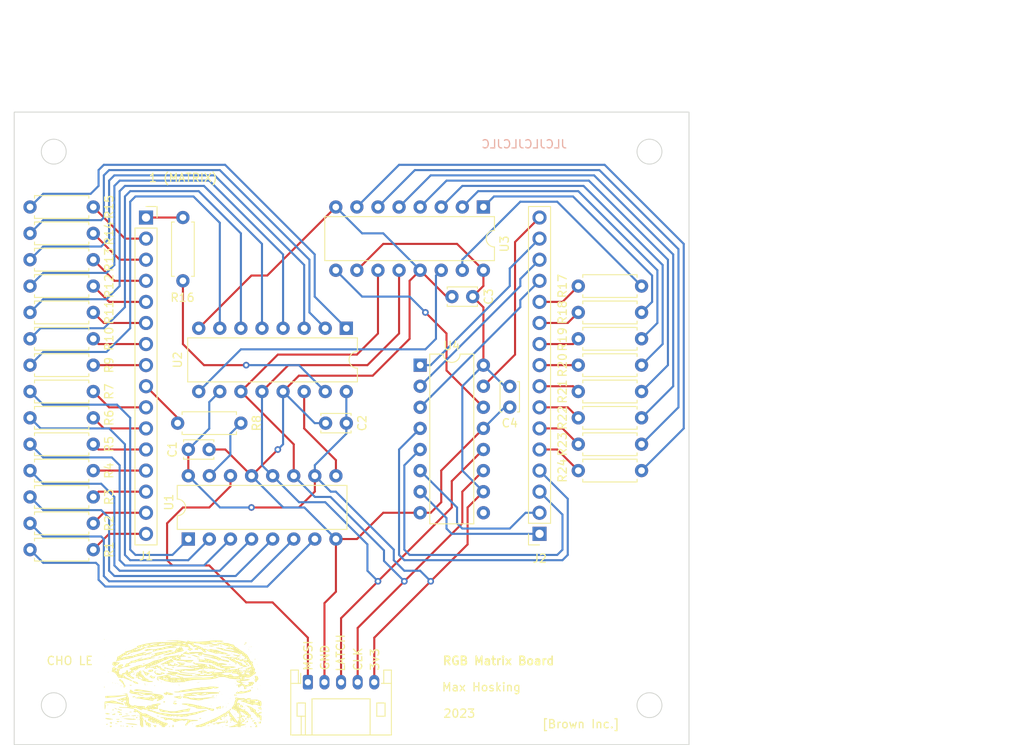
<source format=kicad_pcb>
(kicad_pcb (version 20221018) (generator pcbnew)
  (title_block (title "RGB Matrix Board") (date "2023-12-04") (rev "v1.0") (company "Max Hosking"))
  (layers (0 "F.Cu" signal) (31 "B.Cu" signal) (34 "B.Paste" user) (35 "F.Paste" user) (36 "B.SilkS" user "B.Silkscreen") (37 "F.SilkS" user "F.Silkscreen") (38 "B.Mask" user) (39 "F.Mask" user) (44 "Edge.Cuts" user))
  (net 0 "")
  (net 1 "GND")
  (net 2 "+3.3V")
  (net 3 "Net-(J1-Pin_1)")
  (net 4 "Net-(J1-Pin_2)")
  (net 5 "Net-(J1-Pin_3)")
  (net 6 "Net-(J1-Pin_4)")
  (net 7 "Net-(J1-Pin_5)")
  (net 8 "Net-(J1-Pin_6)")
  (net 9 "Net-(J1-Pin_7)")
  (net 10 "Net-(J1-Pin_8)")
  (net 11 "Net-(J1-Pin_9)")
  (net 12 "Net-(J1-Pin_10)")
  (net 13 "Net-(J1-Pin_11)")
  (net 14 "Net-(J1-Pin_12)")
  (net 15 "Net-(J1-Pin_13)")
  (net 16 "Net-(J1-Pin_14)")
  (net 17 "Net-(J1-Pin_15)")
  (net 18 "Net-(J1-Pin_16)")
  (net 19 "/MATRIX_17")
  (net 20 "/MATRIX_18")
  (net 21 "/MATRIX_19")
  (net 22 "/MATRIX_20")
  (net 23 "Net-(J2-Pin_5)")
  (net 24 "Net-(J2-Pin_6)")
  (net 25 "Net-(J2-Pin_7)")
  (net 26 "Net-(J2-Pin_8)")
  (net 27 "Net-(J2-Pin_9)")
  (net 28 "Net-(J2-Pin_10)")
  (net 29 "Net-(J2-Pin_11)")
  (net 30 "Net-(J2-Pin_12)")
  (net 31 "/MATRIX_29")
  (net 32 "/MATRIX_30")
  (net 33 "/MATRIX_31")
  (net 34 "/MATRIX_32")
  (net 35 "/MATRIX_16")
  (net 36 "/MATRIX_15")
  (net 37 "/MATRIX_14")
  (net 38 "/MATRIX_13")
  (net 39 "/MATRIX_12")
  (net 40 "/MATRIX_11")
  (net 41 "/MATRIX_10")
  (net 42 "/MATRIX_9")
  (net 43 "/MATRIX_8")
  (net 44 "/MATRIX_7")
  (net 45 "/MATRIX_6")
  (net 46 "/MATRIX_5")
  (net 47 "/MATRIX_4")
  (net 48 "/MATRIX_3")
  (net 49 "/MATRIX_2")
  (net 50 "/MATRIX_1")
  (net 51 "/MATRIX_28")
  (net 52 "/MATRIX_27")
  (net 53 "/MATRIX_26")
  (net 54 "/MATRIX_25")
  (net 55 "/MATRIX_24")
  (net 56 "/MATRIX_23")
  (net 57 "/MATRIX_22")
  (net 58 "/MATRIX_21")
  (net 59 "Net-(U1-QH')")
  (net 60 "Net-(U2-QH')")
  (net 61 "Net-(U3-QH')")
  (net 63 "/MOSI")
  (net 64 "/CLK")
  (net 65 "/LATCH")
  (footprint "Package_DIP:DIP-16_W7.62mm" (layer "F.Cu") (at 151.765 86.995)
    (fp_text reference "U4")
    (fp_text value "74HC595")
  )
  (footprint "Resistor_THT:R_Axial_DIN0207_L6.3mm_D2.5mm_P7.62mm_Horizontal" (layer "F.Cu") (at 178.435 86.995 180)
    (fp_text reference "R20")
    (fp_text value "75")
  )
  (footprint "Package_DIP:DIP-16_W7.62mm" (layer "F.Cu") (at 123.84 107.94 90)
    (fp_text reference "U1")
    (fp_text value "74HC595")
  )
  (footprint "Resistor_THT:R_Axial_DIN0207_L6.3mm_D2.5mm_P7.62mm_Horizontal" (layer "F.Cu") (at 104.775 86.995)
    (fp_text reference "R9")
    (fp_text value "75")
  )
  (footprint "Connector_PinSocket_2.54mm:PinSocket_1x16_P2.54mm_Vertical" (layer "F.Cu") (at 118.745 69.215)
    (fp_text reference "J1")
    (fp_text value "Conn_01x16_Socket")
  )
  (footprint "Resistor_THT:R_Axial_DIN0207_L6.3mm_D2.5mm_P7.62mm_Horizontal" (layer "F.Cu") (at 104.775 71.12)
    (fp_text reference "R14")
    (fp_text value "75")
  )
  (footprint "Capacitor_THT:C_Disc_D3.4mm_W2.1mm_P2.50mm" (layer "F.Cu") (at 155.595 78.74)
    (fp_text reference "C3")
    (fp_text value "0.1")
  )
  (footprint "Connector_PinSocket_2.54mm:PinSocket_1x16_P2.54mm_Vertical" (layer "F.Cu") (at 166.145 107.315 180)
    (fp_text reference "J2")
    (fp_text value "Conn_01x16_Socket")
  )
  (footprint "Capacitor_THT:C_Disc_D3.4mm_W2.1mm_P2.50mm" (layer "F.Cu") (at 162.56 92.055 90)
    (fp_text reference "C4")
    (fp_text value "0.1")
  )
  (footprint "Resistor_THT:R_Axial_DIN0207_L6.3mm_D2.5mm_P7.62mm_Horizontal" (layer "F.Cu") (at 104.775 67.945)
    (fp_text reference "R15")
    (fp_text value "75")
  )
  (footprint "Resistor_THT:R_Axial_DIN0207_L6.3mm_D2.5mm_P7.62mm_Horizontal" (layer "F.Cu") (at 123.19 76.835 90)
    (fp_text reference "R16")
    (fp_text value "75")
  )
  (footprint "Resistor_THT:R_Axial_DIN0207_L6.3mm_D2.5mm_P7.62mm_Horizontal" (layer "F.Cu") (at 178.435 96.52 180)
    (fp_text reference "R23")
    (fp_text value "75")
  )
  (footprint "Capacitor_THT:C_Disc_D3.4mm_W2.1mm_P2.50mm" (layer "F.Cu") (at 126.345 97.155 180)
    (fp_text reference "C1")
    (fp_text value "0.1")
  )
  (footprint "Package_DIP:DIP-16_W7.62mm" (layer "F.Cu") (at 142.875 82.55 -90)
    (fp_text reference "U2")
    (fp_text value "74HC595")
  )
  (footprint "Resistor_THT:R_Axial_DIN0207_L6.3mm_D2.5mm_P7.62mm_Horizontal" (layer "F.Cu") (at 104.775 106.045)
    (fp_text reference "R2")
    (fp_text value "75")
  )
  (footprint "Resistor_THT:R_Axial_DIN0207_L6.3mm_D2.5mm_P7.62mm_Horizontal" (layer "F.Cu") (at 130.175 93.98 180)
    (fp_text reference "R8")
    (fp_text value "75")
  )
  (footprint "Resistor_THT:R_Axial_DIN0207_L6.3mm_D2.5mm_P7.62mm_Horizontal" (layer "F.Cu") (at 104.775 99.695)
    (fp_text reference "R4")
    (fp_text value "75")
  )
  (footprint "Resistor_THT:R_Axial_DIN0207_L6.3mm_D2.5mm_P7.62mm_Horizontal" (layer "F.Cu") (at 104.775 90.17)
    (fp_text reference "R7")
    (fp_text value "75")
  )
  (footprint "Resistor_THT:R_Axial_DIN0207_L6.3mm_D2.5mm_P7.62mm_Horizontal" (layer "F.Cu") (at 104.775 96.52)
    (fp_text reference "R5")
    (fp_text value "75")
  )
  (footprint "Resistor_THT:R_Axial_DIN0207_L6.3mm_D2.5mm_P7.62mm_Horizontal" (layer "F.Cu") (at 104.775 93.345)
    (fp_text reference "R6")
    (fp_text value "75")
  )
  (footprint "Resistor_THT:R_Axial_DIN0207_L6.3mm_D2.5mm_P7.62mm_Horizontal" (layer "F.Cu") (at 178.435 99.695 180)
    (fp_text reference "R24")
    (fp_text value "75")
  )
  (footprint "Resistor_THT:R_Axial_DIN0207_L6.3mm_D2.5mm_P7.62mm_Horizontal" (layer "F.Cu") (at 178.435 93.345 180)
    (fp_text reference "R22")
    (fp_text value "75")
  )
  (footprint "Resistor_THT:R_Axial_DIN0207_L6.3mm_D2.5mm_P7.62mm_Horizontal" (layer "F.Cu") (at 178.435 77.47 180)
    (fp_text reference "R17")
    (fp_text value "75")
  )
  (footprint "Resistor_THT:R_Axial_DIN0207_L6.3mm_D2.5mm_P7.62mm_Horizontal" (layer "F.Cu") (at 178.435 90.17 180)
    (fp_text reference "R21")
    (fp_text value "75")
  )
  (footprint "Package_DIP:DIP-16_W7.62mm" (layer "F.Cu") (at 159.385 67.945 -90)
    (fp_text reference "U3")
    (fp_text value "74HC595")
  )
  (footprint "Connector_JST:JST_PH_S5B-PH-K_1x05_P2.00mm_Horizontal" (layer "F.Cu") (at 138.24 125.185)
    (fp_text reference "J3" hide)
    (fp_text value "Conn_01x05")
  )
  (footprint "LOGO" (layer "F.Cu") (at 123.19 125.095)
    (fp_text reference "G***" hide)
    (fp_text value "LOGO" hide)
  )
  (footprint "Capacitor_THT:C_Disc_D3.4mm_W2.1mm_P2.50mm" (layer "F.Cu") (at 140.375 93.98)
    (fp_text reference "C2")
    (fp_text value "0.1")
  )
  (footprint "Resistor_THT:R_Axial_DIN0207_L6.3mm_D2.5mm_P7.62mm_Horizontal" (layer "F.Cu") (at 104.775 77.47)
    (fp_text reference "R12")
    (fp_text value "75")
  )
  (footprint "Resistor_THT:R_Axial_DIN0207_L6.3mm_D2.5mm_P7.62mm_Horizontal" (layer "F.Cu") (at 178.435 83.82 180)
    (fp_text reference "R19")
    (fp_text value "75")
  )
  (footprint "Resistor_THT:R_Axial_DIN0207_L6.3mm_D2.5mm_P7.62mm_Horizontal" (layer "F.Cu") (at 104.775 83.82)
    (fp_text reference "R10")
    (fp_text value "75")
  )
  (footprint "Resistor_THT:R_Axial_DIN0207_L6.3mm_D2.5mm_P7.62mm_Horizontal" (layer "F.Cu") (at 104.775 102.87)
    (fp_text reference "R3")
    (fp_text value "75")
  )
  (footprint "Resistor_THT:R_Axial_DIN0207_L6.3mm_D2.5mm_P7.62mm_Horizontal" (layer "F.Cu") (at 104.775 74.295)
    (fp_text reference "R13")
    (fp_text value "75")
  )
  (footprint "Resistor_THT:R_Axial_DIN0207_L6.3mm_D2.5mm_P7.62mm_Horizontal" (layer "F.Cu") (at 104.775 109.22)
    (fp_text reference "R1")
    (fp_text value "75")
  )
  (footprint "Resistor_THT:R_Axial_DIN0207_L6.3mm_D2.5mm_P7.62mm_Horizontal" (layer "F.Cu") (at 104.775 80.645)
    (fp_text reference "R11")
    (fp_text value "75")
  )
  (footprint "Resistor_THT:R_Axial_DIN0207_L6.3mm_D2.5mm_P7.62mm_Horizontal" (layer "F.Cu") (at 178.435 80.645 180)
    (fp_text reference "R18")
    (fp_text value "75")
  )
  (gr_circle (center 107.6325 61.2775) (end 109.1325 61.2775) (stroke (width 0.1)) (fill none) (layer "Edge.Cuts"))
  (gr_circle (center 107.6325 127.9525) (end 109.1325 127.9525) (stroke (width 0.1)) (fill none) (layer "Edge.Cuts"))
  (gr_rect (start 102.87 56.515) (end 184.15 132.715) (stroke (width 0.1)) (fill none) (layer "Edge.Cuts"))
  (gr_circle (center 179.3875 127.9525) (end 180.8875 127.9525) (stroke (width 0.1)) (fill none) (layer "Edge.Cuts"))
  (gr_circle (center 179.3875 61.2775) (end 180.8875 61.2775) (stroke (width 0.1)) (fill none) (layer "Edge.Cuts"))
  (gr_text "JLCJLCJLCJLC" (at 169.545 60.96) (layer "B.SilkS") (effects (font (size 1 1)) (justify left bottom mirror)))
  (gr_text "LATCH" (at 142.78 123.99 90) (layer "F.SilkS") (effects (font (size 1 1)) (justify left bottom)))
  (gr_text "1 (MATRIX)" (at 119 65.01) (layer "F.SilkS") (effects (font (size 1 1)) (justify left bottom)))
  (gr_text "3v3" (at 146.9 123.87 90) (layer "F.SilkS") (effects (font (size 1 1)) (justify left bottom)))
  (gr_text "GND" (at 140.89 123.84 90) (layer "F.SilkS") (effects (font (size 1 1)) (justify left bottom)))
  (gr_text "RGB Matrix Board" (at 154.385 123.19) (layer "F.SilkS") (effects (font (size 1 1) (thickness 0.2) bold) (justify left bottom)))
  (gr_text "2023" (at 154.48 129.54) (layer "F.SilkS") (effects (font (size 1 1)) (justify left bottom)))
  (gr_text "[Brown Inc.]" (at 166.37 130.81) (layer "F.SilkS") (effects (font (size 1 1)) (justify left bottom)))
  (gr_text "Max Hosking" (at 154.305 126.365) (layer "F.SilkS") (effects (font (size 1 1)) (justify left bottom)))
  (gr_text "CHO LE" (at 106.68 123.19) (layer "F.SilkS") (effects (font (size 1 1)) (justify left bottom)))
  (gr_text "MOSI" (at 138.87 123.89 90) (layer "F.SilkS") (effects (font (size 1 1)) (justify left bottom)))
  (gr_text "CLK" (at 144.86 123.92 90) (layer "F.SilkS") (effects (font (size 1 1)) (justify left bottom)))
  (segment (start 133.35 76.2) (end 131.445 76.2) (width 0.25) (layer "F.Cu") (net 1))
  (segment (start 150.495 76.835) (end 151.765 75.565) (width 0.25) (layer "F.Cu") (net 1))
  (segment (start 147.32 104.775) (end 151.765 104.775) (width 0.25) (layer "F.Cu") (net 1))
  (segment (start 161.945 92.055) (end 162.56 92.055) (width 0.25) (layer "F.Cu") (net 1))
  (segment (start 144.155 107.94) (end 147.32 104.775) (width 0.25) (layer "F.Cu") (net 1))
  (segment (start 151.765 75.565) (end 154.94 78.74) (width 0.25) (layer "F.Cu") (net 1))
  (segment (start 154.305 103.505) (end 154.305 99.695) (width 0.25) (layer "F.Cu") (net 1))
  (segment (start 146.05 88.265) (end 150.495 83.82) (width 0.25) (layer "F.Cu") (net 1))
  (segment (start 153.035 104.775) (end 154.305 103.505) (width 0.25) (layer "F.Cu") (net 1))
  (segment (start 150.495 83.82) (end 150.495 76.835) (width 0.25) (layer "F.Cu") (net 1))
  (segment (start 131.445 76.2) (end 125.095 82.55) (width 0.25) (layer "F.Cu") (net 1))
  (segment (start 141.62 114.285) (end 141.62 107.94) (width 0.25) (layer "F.Cu") (net 1))
  (segment (start 154.94 78.74) (end 155.595 78.74) (width 0.25) (layer "F.Cu") (net 1))
  (segment (start 128.295 97.155) (end 131.46 100.32) (width 0.25) (layer "F.Cu") (net 1))
  (segment (start 131.46 100.32) (end 134.62 97.16) (width 0.25) (layer "F.Cu") (net 1))
  (segment (start 151.765 104.775) (end 153.035 104.775) (width 0.25) (layer "F.Cu") (net 1))
  (segment (start 137.16 88.265) (end 146.05 88.265) (width 0.25) (layer "F.Cu") (net 1))
  (segment (start 140.24 125.185) (end 140.24 115.665) (width 0.25) (layer "F.Cu") (net 1))
  (segment (start 140.24 115.665) (end 141.62 114.285) (width 0.25) (layer "F.Cu") (net 1))
  (segment (start 154.305 99.695) (end 159.385 94.615) (width 0.25) (layer "F.Cu") (net 1))
  (segment (start 141.62 107.94) (end 144.155 107.94) (width 0.25) (layer "F.Cu") (net 1))
  (segment (start 126.345 97.155) (end 128.295 97.155) (width 0.25) (layer "F.Cu") (net 1))
  (segment (start 135.255 90.17) (end 137.16 88.265) (width 0.25) (layer "F.Cu") (net 1))
  (segment (start 141.605 67.945) (end 133.35 76.2) (width 0.25) (layer "F.Cu") (net 1))
  (segment (start 134.62 97.155) (end 134.62 97.16) (width 0.25) (layer "F.Cu") (net 1))
  (via (at 134.62 97.16) (size 0.8) (drill 0.4) (layers "F.Cu" "B.Cu") (net 1))
  (segment (start 144.78 71.12) (end 147.32 71.12) (width 0.25) (layer "B.Cu") (net 1))
  (segment (start 140.375 93.98) (end 139.065 93.98) (width 0.25) (layer "B.Cu") (net 1))
  (segment (start 135.255 96.525) (end 135.255 90.17) (width 0.25) (layer "B.Cu") (net 1))
  (segment (start 147.32 71.12) (end 151.765 75.565) (width 0.25) (layer "B.Cu") (net 1))
  (segment (start 131.46 100.32) (end 135.255 104.115) (width 0.25) (layer "B.Cu") (net 1))
  (segment (start 159.385 94.615) (end 161.945 92.055) (width 0.25) (layer "B.Cu") (net 1))
  (segment (start 134.62 97.16) (end 135.255 96.525) (width 0.25) (layer "B.Cu") (net 1))
  (segment (start 137.82 104.14) (end 141.62 107.94) (width 0.25) (layer "B.Cu") (net 1))
  (segment (start 141.605 67.945) (end 144.78 71.12) (width 0.25) (layer "B.Cu") (net 1))
  (segment (start 135.255 104.14) (end 137.82 104.14) (width 0.25) (layer "B.Cu") (net 1))
  (segment (start 135.255 104.115) (end 135.255 104.14) (width 0.25) (layer "B.Cu") (net 1))
  (segment (start 139.065 93.98) (end 135.255 90.17) (width 0.25) (layer "B.Cu") (net 1))
  (segment (start 146.24 119.825) (end 146.24 125.185) (width 0.25) (layer "F.Cu") (net 2))
  (segment (start 159.385 80.03) (end 158.095 78.74) (width 0.25) (layer "F.Cu") (net 2))
  (segment (start 157.48 104.14) (end 159.385 102.235) (width 0.25) (layer "F.Cu") (net 2))
  (segment (start 139.08 102.22) (end 137.16 104.14) (width 0.25) (layer "F.Cu") (net 2))
  (segment (start 153.035 113.03) (end 146.24 119.825) (width 0.25) (layer "F.Cu") (net 2))
  (segment (start 158.095 78.74) (end 159.385 77.45) (width 0.25) (layer "F.Cu") (net 2))
  (segment (start 147.32 72.39) (end 156.21 72.39) (width 0.25) (layer "F.Cu") (net 2))
  (segment (start 153.035 113.03) (end 157.48 108.585) (width 0.25) (layer "F.Cu") (net 2))
  (segment (start 123.84 97.16) (end 123.845 97.155) (width 0.25) (layer "F.Cu") (net 2))
  (segment (start 159.385 86.995) (end 159.385 80.03) (width 0.25) (layer "F.Cu") (net 2))
  (segment (start 137.16 104.14) (end 131.445 104.14) (width 0.25) (layer "F.Cu") (net 2))
  (segment (start 144.145 75.565) (end 147.32 72.39) (width 0.25) (layer "F.Cu") (net 2))
  (segment (start 159.385 77.45) (end 159.385 75.565) (width 0.25) (layer "F.Cu") (net 2))
  (segment (start 139.08 100.32) (end 139.08 102.22) (width 0.25) (layer "F.Cu") (net 2))
  (segment (start 157.48 108.585) (end 157.48 104.14) (width 0.25) (layer "F.Cu") (net 2))
  (segment (start 156.21 72.39) (end 159.385 75.565) (width 0.25) (layer "F.Cu") (net 2))
  (segment (start 123.84 100.32) (end 123.84 97.16) (width 0.25) (layer "F.Cu") (net 2))
  (via (at 153.035 113.03) (size 0.8) (drill 0.4) (layers "F.Cu" "B.Cu") (net 2))
  (via (at 131.445 104.14) (size 0.8) (drill 0.4) (layers "F.Cu" "B.Cu") (net 2))
  (segment (start 140.995 102.235) (end 139.08 100.32) (width 0.25) (layer "B.Cu") (net 2))
  (segment (start 139.08 99.045) (end 142.875 95.25) (width 0.25) (layer "B.Cu") (net 2))
  (segment (start 126.365 91.44) (end 127.635 90.17) (width 0.25) (layer "B.Cu") (net 2))
  (segment (start 141.605 102.235) (end 140.995 102.235) (width 0.25) (layer "B.Cu") (net 2))
  (segment (start 156.845 99.695) (end 156.845 89.535) (width 0.25) (layer "B.Cu") (net 2))
  (segment (start 142.875 90.17) (end 142.875 93.98) (width 0.25) (layer "B.Cu") (net 2))
  (segment (start 148.59 109.22) (end 141.605 102.235) (width 0.25) (layer "B.Cu") (net 2))
  (segment (start 123.845 97.155) (end 126.365 94.635) (width 0.25) (layer "B.Cu") (net 2))
  (segment (start 142.875 95.25) (end 142.875 93.98) (width 0.25) (layer "B.Cu") (net 2))
  (segment (start 148.59 110.49) (end 148.59 109.22) (width 0.25) (layer "B.Cu") (net 2))
  (segment (start 151.765 111.76) (end 149.86 111.76) (width 0.25) (layer "B.Cu") (net 2))
  (segment (start 159.385 102.235) (end 156.845 99.695) (width 0.25) (layer "B.Cu") (net 2))
  (segment (start 156.845 89.535) (end 159.385 86.995) (width 0.25) (layer "B.Cu") (net 2))
  (segment (start 139.08 100.32) (end 139.08 99.045) (width 0.25) (layer "B.Cu") (net 2))
  (segment (start 153.035 113.03) (end 151.765 111.76) (width 0.25) (layer "B.Cu") (net 2))
  (segment (start 161.945 89.555) (end 162.56 89.555) (width 0.25) (layer "B.Cu") (net 2))
  (segment (start 131.445 104.14) (end 127.66 104.14) (width 0.25) (layer "B.Cu") (net 2))
  (segment (start 159.385 86.995) (end 161.945 89.555) (width 0.25) (layer "B.Cu") (net 2))
  (segment (start 126.365 94.635) (end 126.365 91.44) (width 0.25) (layer "B.Cu") (net 2))
  (segment (start 149.86 111.76) (end 148.59 110.49) (width 0.25) (layer "B.Cu") (net 2))
  (segment (start 127.66 104.14) (end 123.84 100.32) (width 0.25) (layer "B.Cu") (net 2))
  (segment (start 118.745 69.215) (end 123.19 69.215) (width 0.25) (layer "F.Cu") (net 3))
  (segment (start 118.745 71.755) (end 116.205 71.755) (width 0.25) (layer "F.Cu") (net 4))
  (segment (start 116.205 71.755) (end 112.395 67.945) (width 0.25) (layer "F.Cu") (net 4))
  (segment (start 115.57 74.295) (end 112.395 71.12) (width 0.25) (layer "F.Cu") (net 5))
  (segment (start 118.745 74.295) (end 115.57 74.295) (width 0.25) (layer "F.Cu") (net 5))
  (segment (start 118.745 76.835) (end 114.935 76.835) (width 0.25) (layer "F.Cu") (net 6))
  (segment (start 114.935 76.835) (end 112.395 74.295) (width 0.25) (layer "F.Cu") (net 6))
  (segment (start 114.3 79.375) (end 112.395 77.47) (width 0.25) (layer "F.Cu") (net 7))
  (segment (start 118.745 79.375) (end 114.3 79.375) (width 0.25) (layer "F.Cu") (net 7))
  (segment (start 113.665 81.915) (end 112.395 80.645) (width 0.25) (layer "F.Cu") (net 8))
  (segment (start 118.745 81.915) (end 113.665 81.915) (width 0.25) (layer "F.Cu") (net 8))
  (segment (start 118.745 84.455) (end 113.03 84.455) (width 0.25) (layer "F.Cu") (net 9))
  (segment (start 113.03 84.455) (end 112.395 83.82) (width 0.25) (layer "F.Cu") (net 9))
  (segment (start 118.745 86.995) (end 112.395 86.995) (width 0.25) (layer "F.Cu") (net 10))
  (segment (start 118.745 89.535) (end 122.555 93.345) (width 0.25) (layer "F.Cu") (net 11))
  (segment (start 122.555 93.345) (end 122.555 93.98) (width 0.25) (layer "F.Cu") (net 11))
  (segment (start 118.745 92.075) (end 114.3 92.075) (width 0.25) (layer "F.Cu") (net 12))
  (segment (start 114.3 92.075) (end 112.395 90.17) (width 0.25) (layer "F.Cu") (net 12))
  (segment (start 118.745 94.615) (end 113.665 94.615) (width 0.25) (layer "F.Cu") (net 13))
  (segment (start 113.665 94.615) (end 112.395 93.345) (width 0.25) (layer "F.Cu") (net 13))
  (segment (start 113.03 97.155) (end 112.395 96.52) (width 0.25) (layer "F.Cu") (net 14))
  (segment (start 118.745 97.155) (end 113.03 97.155) (width 0.25) (layer "F.Cu") (net 14))
  (segment (start 118.745 99.695) (end 112.395 99.695) (width 0.25) (layer "F.Cu") (net 15))
  (segment (start 113.03 102.235) (end 112.395 102.87) (width 0.25) (layer "F.Cu") (net 16))
  (segment (start 118.745 102.235) (end 113.03 102.235) (width 0.25) (layer "F.Cu") (net 16))
  (segment (start 113.665 104.775) (end 112.395 106.045) (width 0.25) (layer "F.Cu") (net 17))
  (segment (start 118.745 104.775) (end 113.665 104.775) (width 0.25) (layer "F.Cu") (net 17))
  (segment (start 118.745 107.315) (end 114.3 107.315) (width 0.25) (layer "F.Cu") (net 18))
  (segment (start 114.3 107.315) (end 112.395 109.22) (width 0.25) (layer "F.Cu") (net 18))
  (segment (start 154.94 105.41) (end 154.94 106.68) (width 0.25) (layer "B.Cu") (net 19))
  (segment (start 154.94 106.68) (end 155.575 107.315) (width 0.25) (layer "B.Cu") (net 19))
  (segment (start 151.765 102.235) (end 154.94 105.41) (width 0.25) (layer "B.Cu") (net 19))
  (segment (start 155.575 107.315) (end 166.145 107.315) (width 0.25) (layer "B.Cu") (net 19))
  (segment (start 156.21 104.14) (end 156.21 106.045) (width 0.25) (layer "B.Cu") (net 20))
  (segment (start 162.56 106.68) (end 164.465 104.775) (width 0.25) (layer "B.Cu") (net 20))
  (segment (start 156.845 106.68) (end 162.56 106.68) (width 0.25) (layer "B.Cu") (net 20))
  (segment (start 151.765 99.695) (end 156.21 104.14) (width 0.25) (layer "B.Cu") (net 20))
  (segment (start 156.21 106.045) (end 156.845 106.68) (width 0.25) (layer "B.Cu") (net 20))
  (segment (start 164.465 104.775) (end 166.145 104.775) (width 0.25) (layer "B.Cu") (net 20))
  (segment (start 149.86 109.22) (end 149.86 99.06) (width 0.25) (layer "B.Cu") (net 21))
  (segment (start 168.275 109.855) (end 150.495 109.855) (width 0.25) (layer "B.Cu") (net 21))
  (segment (start 166.145 102.235) (end 168.91 105) (width 0.25) (layer "B.Cu") (net 21))
  (segment (start 168.91 105) (end 168.91 109.22) (width 0.25) (layer "B.Cu") (net 21))
  (segment (start 150.495 109.855) (end 149.86 109.22) (width 0.25) (layer "B.Cu") (net 21))
  (segment (start 149.86 99.06) (end 151.765 97.155) (width 0.25) (layer "B.Cu") (net 21))
  (segment (start 168.91 109.22) (end 168.275 109.855) (width 0.25) (layer "B.Cu") (net 21))
  (segment (start 149.86 110.49) (end 168.91 110.49) (width 0.25) (layer "B.Cu") (net 22))
  (segment (start 149.225 109.855) (end 149.86 110.49) (width 0.25) (layer "B.Cu") (net 22))
  (segment (start 169.545 103.095) (end 166.145 99.695) (width 0.25) (layer "B.Cu") (net 22))
  (segment (start 149.225 97.155) (end 149.225 109.855) (width 0.25) (layer "B.Cu") (net 22))
  (segment (start 168.91 110.49) (end 169.545 109.855) (width 0.25) (layer "B.Cu") (net 22))
  (segment (start 169.545 109.855) (end 169.545 103.095) (width 0.25) (layer "B.Cu") (net 22))
  (segment (start 151.765 94.615) (end 149.225 97.155) (width 0.25) (layer "B.Cu") (net 22))
  (segment (start 168.275 97.155) (end 170.815 99.695) (width 0.25) (layer "F.Cu") (net 23))
  (segment (start 166.145 97.155) (end 168.275 97.155) (width 0.25) (layer "F.Cu") (net 23))
  (segment (start 166.145 94.615) (end 168.91 94.615) (width 0.25) (layer "F.Cu") (net 24))
  (segment (start 168.91 94.615) (end 170.815 96.52) (width 0.25) (layer "F.Cu") (net 24))
  (segment (start 166.145 92.075) (end 169.545 92.075) (width 0.25) (layer "F.Cu") (net 25))
  (segment (start 169.545 92.075) (end 170.815 93.345) (width 0.25) (layer "F.Cu") (net 25))
  (segment (start 170.18 89.535) (end 170.815 90.17) (width 0.25) (layer "F.Cu") (net 26))
  (segment (start 166.145 89.535) (end 170.18 89.535) (width 0.25) (layer "F.Cu") (net 26))
  (segment (start 166.145 86.995) (end 170.815 86.995) (width 0.25) (layer "F.Cu") (net 27))
  (segment (start 166.145 84.455) (end 170.18 84.455) (width 0.25) (layer "F.Cu") (net 28))
  (segment (start 170.18 84.455) (end 170.815 83.82) (width 0.25) (layer "F.Cu") (net 28))
  (segment (start 169.545 81.915) (end 170.815 80.645) (width 0.25) (layer "F.Cu") (net 29))
  (segment (start 166.145 81.915) (end 169.545 81.915) (width 0.25) (layer "F.Cu") (net 29))
  (segment (start 168.91 79.375) (end 170.815 77.47) (width 0.25) (layer "F.Cu") (net 30))
  (segment (start 166.145 79.375) (end 168.91 79.375) (width 0.25) (layer "F.Cu") (net 30))
  (segment (start 163.83 79.15) (end 163.83 80.01) (width 0.25) (layer "B.Cu") (net 31))
  (segment (start 163.83 80.01) (end 151.765 92.075) (width 0.25) (layer "B.Cu") (net 31))
  (segment (start 166.145 76.835) (end 163.83 79.15) (width 0.25) (layer "B.Cu") (net 31))
  (segment (start 163.83 76.61) (end 163.83 77.47) (width 0.25) (layer "B.Cu") (net 32))
  (segment (start 166.145 74.295) (end 163.83 76.61) (width 0.25) (layer "B.Cu") (net 32))
  (segment (start 151.765 89.535) (end 163.83 77.47) (width 0.25) (layer "B.Cu") (net 32))
  (segment (start 162.56 77.47) (end 162.56 75.34) (width 0.25) (layer "B.Cu") (net 33))
  (segment (start 162.56 75.34) (end 166.145 71.755) (width 0.25) (layer "B.Cu") (net 33))
  (segment (start 151.765 86.995) (end 153.035 86.995) (width 0.25) (layer "B.Cu") (net 33))
  (segment (start 153.035 86.995) (end 162.56 77.47) (width 0.25) (layer "B.Cu") (net 33))
  (segment (start 163.195 85.725) (end 159.385 89.535) (width 0.25) (layer "F.Cu") (net 34))
  (segment (start 166.145 69.215) (end 163.195 72.165) (width 0.25) (layer "F.Cu") (net 34))
  (segment (start 163.195 72.165) (end 163.195 85.725) (width 0.25) (layer "F.Cu") (net 34))
  (segment (start 113.85 113.665) (end 133.355 113.665) (width 0.25) (layer "B.Cu") (net 35))
  (segment (start 133.355 113.665) (end 139.08 107.94) (width 0.25) (layer "B.Cu") (net 35))
  (segment (start 113.03 111.125) (end 113.03 112.845) (width 0.25) (layer "B.Cu") (net 35))
  (segment (start 113.03 112.845) (end 113.85 113.665) (width 0.25) (layer "B.Cu") (net 35))
  (segment (start 106.3625 110.8075) (end 112.7125 110.8075) (width 0.25) (layer "B.Cu") (net 35))
  (segment (start 104.775 109.22) (end 106.3625 110.8075) (width 0.25) (layer "B.Cu") (net 35))
  (segment (start 112.7125 110.8075) (end 113.03 111.125) (width 0.25) (layer "B.Cu") (net 35))
  (segment (start 136.54 107.94) (end 131.45 113.03) (width 0.25) (layer "B.Cu") (net 36))
  (segment (start 113.3475 107.6325) (end 106.3625 107.6325) (width 0.25) (layer "B.Cu") (net 36))
  (segment (start 113.665 107.95) (end 113.3475 107.6325) (width 0.25) (layer "B.Cu") (net 36))
  (segment (start 114.3 113.03) (end 113.665 112.395) (width 0.25) (layer "B.Cu") (net 36))
  (segment (start 131.45 113.03) (end 114.3 113.03) (width 0.25) (layer "B.Cu") (net 36))
  (segment (start 113.665 112.395) (end 113.665 107.95) (width 0.25) (layer "B.Cu") (net 36))
  (segment (start 106.3625 107.6325) (end 104.775 106.045) (width 0.25) (layer "B.Cu") (net 36))
  (segment (start 114.935 112.395) (end 114.3 111.76) (width 0.25) (layer "B.Cu") (net 37))
  (segment (start 113.3475 104.4575) (end 106.3625 104.4575) (width 0.25) (layer "B.Cu") (net 37))
  (segment (start 114.3 111.76) (end 114.3 105.41) (width 0.25) (layer "B.Cu") (net 37))
  (segment (start 134 107.94) (end 129.545 112.395) (width 0.25) (layer "B.Cu") (net 37))
  (segment (start 106.3625 104.4575) (end 104.775 102.87) (width 0.25) (layer "B.Cu") (net 37))
  (segment (start 129.545 112.395) (end 114.935 112.395) (width 0.25) (layer "B.Cu") (net 37))
  (segment (start 114.3 105.41) (end 113.3475 104.4575) (width 0.25) (layer "B.Cu") (net 37))
  (segment (start 114.935 102.87) (end 113.3475 101.2825) (width 0.25) (layer "B.Cu") (net 38))
  (segment (start 127.64 111.76) (end 115.57 111.76) (width 0.25) (layer "B.Cu") (net 38))
  (segment (start 114.935 111.125) (end 114.935 102.87) (width 0.25) (layer "B.Cu") (net 38))
  (segment (start 106.3625 101.2825) (end 104.775 99.695) (width 0.25) (layer "B.Cu") (net 38))
  (segment (start 115.57 111.76) (end 114.935 111.125) (width 0.25) (layer "B.Cu") (net 38))
  (segment (start 113.3475 101.2825) (end 106.3625 101.2825) (width 0.25) (layer "B.Cu") (net 38))
  (segment (start 131.46 107.94) (end 127.64 111.76) (width 0.25) (layer "B.Cu") (net 38))
  (segment (start 115.57 110.49) (end 115.57 99.06) (width 0.25) (layer "B.Cu") (net 39))
  (segment (start 115.57 99.06) (end 114.6175 98.1075) (width 0.25) (layer "B.Cu") (net 39))
  (segment (start 106.3625 98.1075) (end 104.775 96.52) (width 0.25) (layer "B.Cu") (net 39))
  (segment (start 116.205 111.125) (end 115.57 110.49) (width 0.25) (layer "B.Cu") (net 39))
  (segment (start 125.735 111.125) (end 116.205 111.125) (width 0.25) (layer "B.Cu") (net 39))
  (segment (start 128.92 107.94) (end 125.735 111.125) (width 0.25) (layer "B.Cu") (net 39))
  (segment (start 114.6175 98.1075) (end 106.3625 98.1075) (width 0.25) (layer "B.Cu") (net 39))
  (segment (start 116.84 110.49) (end 116.205 109.855) (width 0.25) (layer "B.Cu") (net 40))
  (segment (start 123.83 110.49) (end 116.84 110.49) (width 0.25) (layer "B.Cu") (net 40))
  (segment (start 106.045 94.615) (end 104.775 93.345) (width 0.25) (layer "B.Cu") (net 40))
  (segment (start 116.205 96.52) (end 114.3 94.615) (width 0.25) (layer "B.Cu") (net 40))
  (segment (start 116.205 109.855) (end 116.205 96.52) (width 0.25) (layer "B.Cu") (net 40))
  (segment (start 126.38 107.94) (end 123.83 110.49) (width 0.25) (layer "B.Cu") (net 40))
  (segment (start 114.3 94.615) (end 106.045 94.615) (width 0.25) (layer "B.Cu") (net 40))
  (segment (start 115.2525 91.7575) (end 106.3625 91.7575) (width 0.25) (layer "B.Cu") (net 41))
  (segment (start 116.84 93.345) (end 115.2525 91.7575) (width 0.25) (layer "B.Cu") (net 41))
  (segment (start 117.475 109.855) (end 116.84 109.22) (width 0.25) (layer "B.Cu") (net 41))
  (segment (start 116.84 109.22) (end 116.84 93.345) (width 0.25) (layer "B.Cu") (net 41))
  (segment (start 121.925 109.855) (end 117.475 109.855) (width 0.25) (layer "B.Cu") (net 41))
  (segment (start 106.3625 91.7575) (end 104.775 90.17) (width 0.25) (layer "B.Cu") (net 41))
  (segment (start 123.84 107.94) (end 121.925 109.855) (width 0.25) (layer "B.Cu") (net 41))
  (segment (start 128.905 97.795) (end 128.905 95.25) (width 0.25) (layer "B.Cu") (net 42))
  (segment (start 126.38 100.32) (end 128.905 97.795) (width 0.25) (layer "B.Cu") (net 42))
  (segment (start 128.905 95.25) (end 130.175 93.98) (width 0.25) (layer "B.Cu") (net 42))
  (segment (start 127.635 82.55) (end 127.635 69.85) (width 0.25) (layer "B.Cu") (net 43))
  (segment (start 116.84 82.55) (end 113.9825 85.4075) (width 0.25) (layer "B.Cu") (net 43))
  (segment (start 116.84 67.31) (end 116.84 82.55) (width 0.25) (layer "B.Cu") (net 43))
  (segment (start 127.635 69.85) (end 124.46 66.675) (width 0.25) (layer "B.Cu") (net 43))
  (segment (start 124.46 66.675) (end 117.475 66.675) (width 0.25) (layer "B.Cu") (net 43))
  (segment (start 106.3625 85.4075) (end 104.775 86.995) (width 0.25) (layer "B.Cu") (net 43))
  (segment (start 113.9825 85.4075) (end 106.3625 85.4075) (width 0.25) (layer "B.Cu") (net 43))
  (segment (start 117.475 66.675) (end 116.84 67.31) (width 0.25) (layer "B.Cu") (net 43))
  (segment (start 116.205 66.675) (end 116.84 66.04) (width 0.25) (layer "B.Cu") (net 44))
  (segment (start 125.095 66.04) (end 130.175 71.12) (width 0.25) (layer "B.Cu") (net 44))
  (segment (start 106.045 82.55) (end 113.665 82.55) (width 0.25) (layer "B.Cu") (net 44))
  (segment (start 104.775 83.82) (end 106.045 82.55) (width 0.25) (layer "B.Cu") (net 44))
  (segment (start 116.205 80.01) (end 116.205 66.675) (width 0.25) (layer "B.Cu") (net 44))
  (segment (start 113.665 82.55) (end 116.205 80.01) (width 0.25) (layer "B.Cu") (net 44))
  (segment (start 130.175 71.12) (end 130.175 82.55) (width 0.25) (layer "B.Cu") (net 44))
  (segment (start 116.84 66.04) (end 125.095 66.04) (width 0.25) (layer "B.Cu") (net 44))
  (segment (start 113.9825 79.0575) (end 106.3625 79.0575) (width 0.25) (layer "B.Cu") (net 45))
  (segment (start 125.73 65.405) (end 116.205 65.405) (width 0.25) (layer "B.Cu") (net 45))
  (segment (start 106.3625 79.0575) (end 104.775 80.645) (width 0.25) (layer "B.Cu") (net 45))
  (segment (start 115.57 66.04) (end 115.57 77.47) (width 0.25) (layer "B.Cu") (net 45))
  (segment (start 132.715 72.39) (end 125.73 65.405) (width 0.25) (layer "B.Cu") (net 45))
  (segment (start 116.205 65.405) (end 115.57 66.04) (width 0.25) (layer "B.Cu") (net 45))
  (segment (start 115.57 77.47) (end 113.9825 79.0575) (width 0.25) (layer "B.Cu") (net 45))
  (segment (start 132.715 82.55) (end 132.715 72.39) (width 0.25) (layer "B.Cu") (net 45))
  (segment (start 114.935 65.405) (end 114.935 74.93) (width 0.25) (layer "B.Cu") (net 46))
  (segment (start 114.935 74.93) (end 113.9825 75.8825) (width 0.25) (layer "B.Cu") (net 46))
  (segment (start 106.3625 75.8825) (end 104.775 77.47) (width 0.25) (layer "B.Cu") (net 46))
  (segment (start 126.365 64.77) (end 115.57 64.77) (width 0.25) (layer "B.Cu") (net 46))
  (segment (start 135.255 73.66) (end 126.365 64.77) (width 0.25) (layer "B.Cu") (net 46))
  (segment (start 135.255 82.55) (end 135.255 73.66) (width 0.25) (layer "B.Cu") (net 46))
  (segment (start 115.57 64.77) (end 114.935 65.405) (width 0.25) (layer "B.Cu") (net 46))
  (segment (start 113.9825 75.8825) (end 106.3625 75.8825) (width 0.25) (layer "B.Cu") (net 46))
  (segment (start 114.935 64.135) (end 114.3 64.77) (width 0.25) (layer "B.Cu") (net 47))
  (segment (start 114.3 71.755) (end 113.3475 72.7075) (width 0.25) (layer "B.Cu") (net 47))
  (segment (start 137.795 74.93) (end 127 64.135) (width 0.25) (layer "B.Cu") (net 47))
  (segment (start 137.795 82.55) (end 137.795 74.93) (width 0.25) (layer "B.Cu") (net 47))
  (segment (start 127 64.135) (end 114.935 64.135) (width 0.25) (layer "B.Cu") (net 47))
  (segment (start 113.3475 72.7075) (end 106.3625 72.7075) (width 0.25) (layer "B.Cu") (net 47))
  (segment (start 106.3625 72.7075) (end 104.775 74.295) (width 0.25) (layer "B.Cu") (net 47))
  (segment (start 114.3 64.77) (end 114.3 71.755) (width 0.25) (layer "B.Cu") (net 47))
  (segment (start 127.635 63.5) (end 138.43 74.295) (width 0.25) (layer "B.Cu") (net 48))
  (segment (start 113.665 64.135) (end 114.3 63.5) (width 0.25) (layer "B.Cu") (net 48))
  (segment (start 113.665 69.215) (end 113.665 64.135) (width 0.25) (layer "B.Cu") (net 48))
  (segment (start 106.3625 69.5325) (end 113.3475 69.5325) (width 0.25) (layer "B.Cu") (net 48))
  (segment (start 138.43 80.645) (end 140.335 82.55) (width 0.25) (layer "B.Cu") (net 48))
  (segment (start 138.43 74.295) (end 138.43 80.645) (width 0.25) (layer "B.Cu") (net 48))
  (segment (start 114.3 63.5) (end 127.635 63.5) (width 0.25) (layer "B.Cu") (net 48))
  (segment (start 113.3475 69.5325) (end 113.665 69.215) (width 0.25) (layer "B.Cu") (net 48))
  (segment (start 104.775 71.12) (end 106.3625 69.5325) (width 0.25) (layer "B.Cu") (net 48))
  (segment (start 139.065 73.66) (end 139.065 78.74) (width 0.25) (layer "B.Cu") (net 49))
  (segment (start 113.03 65.405) (end 113.03 63.5) (width 0.25) (layer "B.Cu") (net 49))
  (segment (start 128.27 62.865) (end 139.065 73.66) (width 0.25) (layer "B.Cu") (net 49))
  (segment (start 139.065 78.74) (end 142.875 82.55) (width 0.25) (layer "B.Cu") (net 49))
  (segment (start 113.03 63.5) (end 113.665 62.865) (width 0.25) (layer "B.Cu") (net 49))
  (segment (start 106.3625 66.3575) (end 112.0775 66.3575) (width 0.25) (layer "B.Cu") (net 49))
  (segment (start 112.0775 66.3575) (end 113.03 65.405) (width 0.25) (layer "B.Cu") (net 49))
  (segment (start 104.775 67.945) (end 106.3625 66.3575) (width 0.25) (layer "B.Cu") (net 49))
  (segment (start 113.665 62.865) (end 128.27 62.865) (width 0.25) (layer "B.Cu") (net 49))
  (segment (start 125.73 86.995) (end 123.19 84.455) (width 0.25) (layer "F.Cu") (net 50))
  (segment (start 130.81 86.995) (end 125.73 86.995) (width 0.25) (layer "F.Cu") (net 50))
  (segment (start 123.19 84.455) (end 123.19 76.835) (width 0.25) (layer "F.Cu") (net 50))
  (via (at 130.81 86.995) (size 0.8) (drill 0.4) (layers "F.Cu" "B.Cu") (net 50))
  (segment (start 140.335 90.17) (end 137.795 87.63) (width 0.25) (layer "B.Cu") (net 50))
  (segment (start 137.795 87.63) (end 137.16 86.995) (width 0.25) (layer "B.Cu") (net 50))
  (segment (start 137.16 86.995) (end 130.81 86.995) (width 0.25) (layer "B.Cu") (net 50))
  (segment (start 156.845 74.295) (end 156.845 75.565) (width 0.25) (layer "B.Cu") (net 51))
  (segment (start 178.435 77.47) (end 168.275 67.31) (width 0.25) (layer "B.Cu") (net 51))
  (segment (start 163.83 67.31) (end 156.845 74.295) (width 0.25) (layer "B.Cu") (net 51))
  (segment (start 168.275 67.31) (end 163.83 67.31) (width 0.25) (layer "B.Cu") (net 51))
  (segment (start 160.655 66.675) (end 170.18 66.675) (width 0.25) (layer "B.Cu") (net 52))
  (segment (start 170.18 66.675) (end 179.705 76.2) (width 0.25) (layer "B.Cu") (net 52))
  (segment (start 179.705 76.2) (end 179.705 79.375) (width 0.25) (layer "B.Cu") (net 52))
  (segment (start 179.705 79.375) (end 178.435 80.645) (width 0.25) (layer "B.Cu") (net 52))
  (segment (start 159.385 67.945) (end 160.655 66.675) (width 0.25) (layer "B.Cu") (net 52))
  (segment (start 170.815 66.04) (end 180.34 75.565) (width 0.25) (layer "B.Cu") (net 53))
  (segment (start 180.34 81.915) (end 178.435 83.82) (width 0.25) (layer "B.Cu") (net 53))
  (segment (start 180.34 75.565) (end 180.34 81.915) (width 0.25) (layer "B.Cu") (net 53))
  (segment (start 156.845 67.945) (end 158.75 66.04) (width 0.25) (layer "B.Cu") (net 53))
  (segment (start 158.75 66.04) (end 170.815 66.04) (width 0.25) (layer "B.Cu") (net 53))
  (segment (start 180.975 74.93) (end 171.45 65.405) (width 0.25) (layer "B.Cu") (net 54))
  (segment (start 180.975 84.455) (end 180.975 74.93) (width 0.25) (layer "B.Cu") (net 54))
  (segment (start 156.845 65.405) (end 154.305 67.945) (width 0.25) (layer "B.Cu") (net 54))
  (segment (start 171.45 65.405) (end 156.845 65.405) (width 0.25) (layer "B.Cu") (net 54))
  (segment (start 178.435 86.995) (end 180.975 84.455) (width 0.25) (layer "B.Cu") (net 54))
  (segment (start 178.435 90.17) (end 181.61 86.995) (width 0.25) (layer "B.Cu") (net 55))
  (segment (start 172.085 64.77) (end 154.94 64.77) (width 0.25) (layer "B.Cu") (net 55))
  (segment (start 154.94 64.77) (end 151.765 67.945) (width 0.25) (layer "B.Cu") (net 55))
  (segment (start 181.61 74.295) (end 172.085 64.77) (width 0.25) (layer "B.Cu") (net 55))
  (segment (start 181.61 86.995) (end 181.61 74.295) (width 0.25) (layer "B.Cu") (net 55))
  (segment (start 172.72 64.135) (end 182.245 73.66) (width 0.25) (layer "B.Cu") (net 56))
  (segment (start 182.245 73.66) (end 182.245 89.535) (width 0.25) (layer "B.Cu") (net 56))
  (segment (start 149.225 67.945) (end 153.035 64.135) (width 0.25) (layer "B.Cu") (net 56))
  (segment (start 182.245 89.535) (end 178.435 93.345) (width 0.25) (layer "B.Cu") (net 56))
  (segment (start 153.035 64.135) (end 172.72 64.135) (width 0.25) (layer "B.Cu") (net 56))
  (segment (start 182.88 73.025) (end 182.88 92.075) (width 0.25) (layer "B.Cu") (net 57))
  (segment (start 173.355 63.5) (end 182.88 73.025) (width 0.25) (layer "B.Cu") (net 57))
  (segment (start 173.355 63.5) (end 151.13 63.5) (width 0.25) (layer "B.Cu") (net 57))
  (segment (start 182.88 92.075) (end 178.435 96.52) (width 0.25) (layer "B.Cu") (net 57))
  (segment (start 151.13 63.5) (end 146.685 67.945) (width 0.25) (layer "B.Cu") (net 57))
  (segment (start 173.99 62.865) (end 149.225 62.865) (width 0.25) (layer "B.Cu") (net 58))
  (segment (start 178.435 99.695) (end 183.515 94.615) (width 0.25) (layer "B.Cu") (net 58))
  (segment (start 183.515 94.615) (end 183.515 72.39) (width 0.25) (layer "B.Cu") (net 58))
  (segment (start 183.515 72.39) (end 173.99 62.865) (width 0.25) (layer "B.Cu") (net 58))
  (segment (start 149.225 62.865) (end 144.145 67.945) (width 0.25) (layer "B.Cu") (net 58))
  (segment (start 137.795 94.615) (end 141.62 98.44) (width 0.25) (layer "F.Cu") (net 59))
  (segment (start 137.795 90.17) (end 137.795 94.615) (width 0.25) (layer "F.Cu") (net 59))
  (segment (start 141.62 98.44) (end 141.62 100.32) (width 0.25) (layer "F.Cu") (net 59))
  (segment (start 130.175 85.09) (end 152.4 85.09) (width 0.25) (layer "B.Cu") (net 60))
  (segment (start 152.4 85.09) (end 153.67 83.82) (width 0.25) (layer "B.Cu") (net 60))
  (segment (start 153.67 83.82) (end 153.67 76.2) (width 0.25) (layer "B.Cu") (net 60))
  (segment (start 153.67 76.2) (end 154.305 75.565) (width 0.25) (layer "B.Cu") (net 60))
  (segment (start 125.095 90.17) (end 130.175 85.09) (width 0.25) (layer "B.Cu") (net 60))
  (segment (start 154.94 83.185) (end 152.4 80.645) (width 0.25) (layer "F.Cu") (net 61))
  (segment (start 159.385 92.075) (end 154.94 87.63) (width 0.25) (layer "F.Cu") (net 61))
  (segment (start 154.94 87.63) (end 154.94 83.185) (width 0.25) (layer "F.Cu") (net 61))
  (via (at 152.4 80.645) (size 0.8) (drill 0.4) (layers "F.Cu" "B.Cu") (net 61))
  (segment (start 144.78 78.74) (end 150.495 78.74) (width 0.25) (layer "B.Cu") (net 61))
  (segment (start 141.605 75.565) (end 144.78 78.74) (width 0.25) (layer "B.Cu") (net 61))
  (segment (start 150.495 78.74) (end 152.4 80.645) (width 0.25) (layer "B.Cu") (net 61))
  (segment (start 138.24 125.185) (end 138.24 119.825) (width 0.25) (layer "F.Cu") (net 63))
  (segment (start 121.92 111.125) (end 121.285 110.49) (width 0.25) (layer "F.Cu") (net 63))
  (segment (start 130.81 115.57) (end 126.365 111.125) (width 0.25) (layer "F.Cu") (net 63))
  (segment (start 133.985 115.57) (end 130.81 115.57) (width 0.25) (layer "F.Cu") (net 63))
  (segment (start 128.92 101.585) (end 128.92 100.32) (width 0.25) (layer "F.Cu") (net 63))
  (segment (start 138.24 119.825) (end 133.985 115.57) (width 0.25) (layer "F.Cu") (net 63))
  (segment (start 123.19 104.14) (end 126.365 104.14) (width 0.25) (layer "F.Cu") (net 63))
  (segment (start 126.365 104.14) (end 128.92 101.585) (width 0.25) (layer "F.Cu") (net 63))
  (segment (start 121.285 110.49) (end 121.285 106.045) (width 0.25) (layer "F.Cu") (net 63))
  (segment (start 121.285 106.045) (end 123.19 104.14) (width 0.25) (layer "F.Cu") (net 63))
  (segment (start 126.365 111.125) (end 121.92 111.125) (width 0.25) (layer "F.Cu") (net 63))
  (segment (start 136.54 96.535) (end 130.175 90.17) (width 0.25) (layer "F.Cu") (net 64))
  (segment (start 136.54 100.32) (end 136.54 96.535) (width 0.25) (layer "F.Cu") (net 64))
  (segment (start 149.86 113.03) (end 144.24 118.65) (width 0.25) (layer "F.Cu") (net 64))
  (segment (start 144.145 85.725) (end 146.685 83.185) (width 0.25) (layer "F.Cu") (net 64))
  (segment (start 144.24 118.65) (end 144.24 125.185) (width 0.25) (layer "F.Cu") (net 64))
  (segment (start 130.175 90.17) (end 134.62 85.725) (width 0.25) (layer "F.Cu") (net 64))
  (segment (start 146.685 83.185) (end 146.685 75.565) (width 0.25) (layer "F.Cu") (net 64))
  (segment (start 134.62 85.725) (end 144.145 85.725) (width 0.25) (layer "F.Cu") (net 64))
  (segment (start 156.845 106.045) (end 156.845 102.235) (width 0.25) (layer "F.Cu") (net 64))
  (segment (start 149.86 113.03) (end 156.845 106.045) (width 0.25) (layer "F.Cu") (net 64))
  (segment (start 156.845 102.235) (end 159.385 99.695) (width 0.25) (layer "F.Cu") (net 64))
  (via (at 149.86 113.03) (size 0.8) (drill 0.4) (layers "F.Cu" "B.Cu") (net 64))
  (segment (start 147.4095 109.3095) (end 147.4095 110.5795) (width 0.25) (layer "B.Cu") (net 64))
  (segment (start 140.97 102.87) (end 139.09 102.87) (width 0.25) (layer "B.Cu") (net 64))
  (segment (start 139.09 102.87) (end 136.54 100.32) (width 0.25) (layer "B.Cu") (net 64))
  (segment (start 147.4095 109.3095) (end 140.97 102.87) (width 0.25) (layer "B.Cu") (net 64))
  (segment (start 149.86 113.03) (end 147.4095 110.5795) (width 0.25) (layer "B.Cu") (net 64))
  (segment (start 146.685 113.03) (end 142.24 117.475) (width 0.25) (layer "F.Cu") (net 65))
  (segment (start 132.715 90.17) (end 135.89 86.995) (width 0.25) (layer "F.Cu") (net 65))
  (segment (start 149.225 83.185) (end 149.225 75.565) (width 0.25) (layer "F.Cu") (net 65))
  (segment (start 155.575 100.965) (end 159.385 97.155) (width 0.25) (layer "F.Cu") (net 65))
  (segment (start 135.89 86.995) (end 145.415 86.995) (width 0.25) (layer "F.Cu") (net 65))
  (segment (start 142.24 117.475) (end 142.24 125.185) (width 0.25) (layer "F.Cu") (net 65))
  (segment (start 145.415 86.995) (end 149.225 83.185) (width 0.25) (layer "F.Cu") (net 65))
  (segment (start 146.685 113.03) (end 155.575 104.14) (width 0.25) (layer "F.Cu") (net 65))
  (segment (start 155.575 104.14) (end 155.575 100.965) (width 0.25) (layer "F.Cu") (net 65))
  (via (at 146.685 113.03) (size 0.8) (drill 0.4) (layers "F.Cu" "B.Cu") (net 65))
  (segment (start 134 100.32) (end 137.16 103.48) (width 0.25) (layer "B.Cu") (net 65))
  (segment (start 146.685 113.03) (end 145.415 111.76) (width 0.25) (layer "B.Cu") (net 65))
  (segment (start 132.715 99.06) (end 132.715 90.17) (width 0.25) (layer "B.Cu") (net 65))
  (segment (start 145.415 108.585) (end 140.335 103.505) (width 0.25) (layer "B.Cu") (net 65))
  (segment (start 134 100.32) (end 133.975 100.32) (width 0.25) (layer "B.Cu") (net 65))
  (segment (start 133.975 100.32) (end 132.715 99.06) (width 0.25) (layer "B.Cu") (net 65))
  (segment (start 145.415 111.76) (end 145.415 108.585) (width 0.25) (layer "B.Cu") (net 65))
  (segment (start 140.335 103.505) (end 137.16 103.505) (width 0.25) (layer "B.Cu") (net 65))
)
</source>
